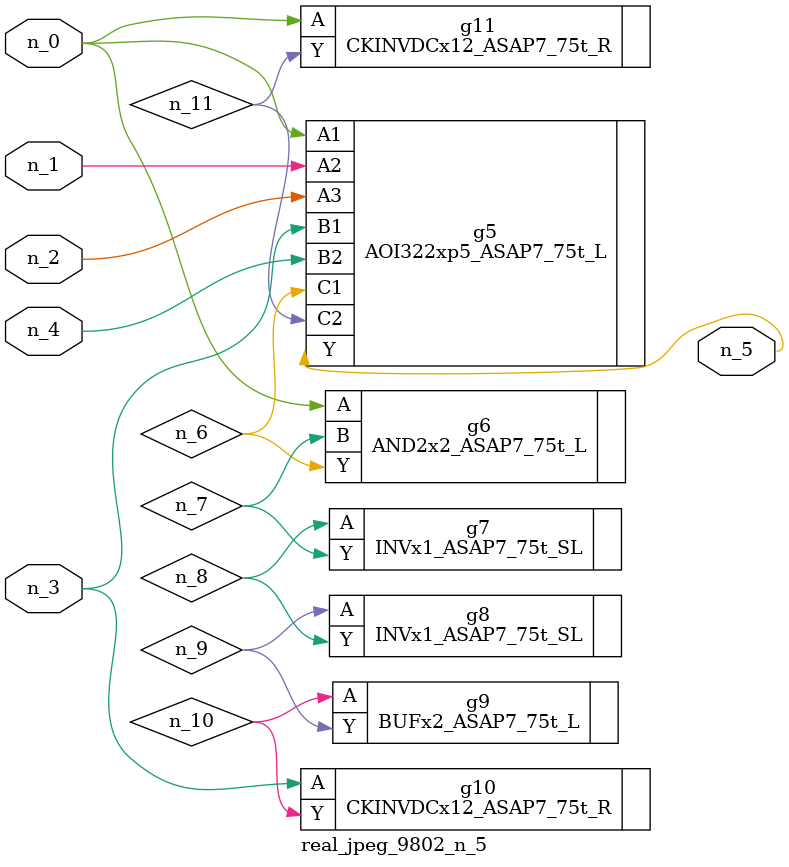
<source format=v>
module real_jpeg_9802_n_5 (n_4, n_0, n_1, n_2, n_3, n_5);

input n_4;
input n_0;
input n_1;
input n_2;
input n_3;

output n_5;

wire n_8;
wire n_11;
wire n_6;
wire n_7;
wire n_10;
wire n_9;

AOI322xp5_ASAP7_75t_L g5 ( 
.A1(n_0),
.A2(n_1),
.A3(n_2),
.B1(n_3),
.B2(n_4),
.C1(n_6),
.C2(n_11),
.Y(n_5)
);

AND2x2_ASAP7_75t_L g6 ( 
.A(n_0),
.B(n_7),
.Y(n_6)
);

CKINVDCx12_ASAP7_75t_R g11 ( 
.A(n_0),
.Y(n_11)
);

CKINVDCx12_ASAP7_75t_R g10 ( 
.A(n_3),
.Y(n_10)
);

INVx1_ASAP7_75t_SL g7 ( 
.A(n_8),
.Y(n_7)
);

INVx1_ASAP7_75t_SL g8 ( 
.A(n_9),
.Y(n_8)
);

BUFx2_ASAP7_75t_L g9 ( 
.A(n_10),
.Y(n_9)
);


endmodule
</source>
